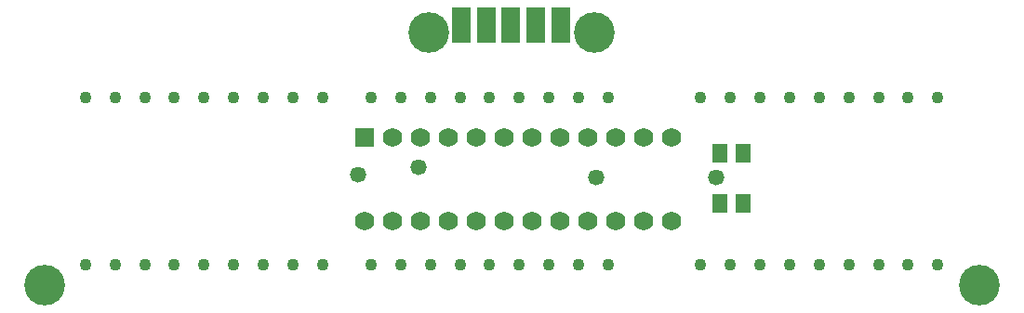
<source format=gbs>
G04 Layer_Color=16711935*
%FSLAX42Y42*%
%MOMM*%
G71*
G01*
G75*
%ADD20C,1.10*%
%ADD21C,1.76*%
%ADD22R,1.76X1.76*%
%ADD23C,3.70*%
%ADD24C,1.47*%
%ADD25R,1.45X1.70*%
%ADD26R,1.70X3.20*%
D20*
X2780Y2015D02*
D03*
X2510D02*
D03*
X2240D02*
D03*
X1970D02*
D03*
X1700D02*
D03*
X1430D02*
D03*
X1160D02*
D03*
X890D02*
D03*
X620D02*
D03*
X2780Y485D02*
D03*
X2510D02*
D03*
X2240D02*
D03*
X1970D02*
D03*
X1700D02*
D03*
X1430D02*
D03*
X1160D02*
D03*
X890D02*
D03*
X620D02*
D03*
X8380Y2015D02*
D03*
X8110D02*
D03*
X7840D02*
D03*
X7570D02*
D03*
X7300D02*
D03*
X7030D02*
D03*
X6760D02*
D03*
X6490D02*
D03*
X6220D02*
D03*
X8380Y485D02*
D03*
X8110D02*
D03*
X7840D02*
D03*
X7570D02*
D03*
X7300D02*
D03*
X7030D02*
D03*
X6760D02*
D03*
X6490D02*
D03*
X6220D02*
D03*
X5380Y2015D02*
D03*
X5110D02*
D03*
X4840D02*
D03*
X4570D02*
D03*
X4300D02*
D03*
X4030D02*
D03*
X3760D02*
D03*
X3490D02*
D03*
X3220D02*
D03*
X5380Y485D02*
D03*
X5110D02*
D03*
X4840D02*
D03*
X4570D02*
D03*
X4300D02*
D03*
X4030D02*
D03*
X3760D02*
D03*
X3490D02*
D03*
X3220D02*
D03*
D21*
X5954Y888D02*
D03*
X5700D02*
D03*
X5446D02*
D03*
X5192D02*
D03*
X4938D02*
D03*
X4684D02*
D03*
X4430D02*
D03*
X4176D02*
D03*
X3922D02*
D03*
X3668D02*
D03*
X3414D02*
D03*
X3160D02*
D03*
X5954Y1650D02*
D03*
X5700D02*
D03*
X5446D02*
D03*
X5192D02*
D03*
X4938D02*
D03*
X4684D02*
D03*
X4430D02*
D03*
X4176D02*
D03*
X3922D02*
D03*
X3668D02*
D03*
X3414D02*
D03*
D22*
X3160D02*
D03*
D23*
X250Y300D02*
D03*
X8760D02*
D03*
X3750Y2600D02*
D03*
X5250D02*
D03*
D24*
X5270Y1280D02*
D03*
X6360D02*
D03*
X3650Y1380D02*
D03*
X3100Y1310D02*
D03*
D25*
X6605Y1050D02*
D03*
X6395D02*
D03*
X6605Y1500D02*
D03*
X6395D02*
D03*
D26*
X4045Y2670D02*
D03*
X4270D02*
D03*
X4495D02*
D03*
X4720D02*
D03*
X4945D02*
D03*
M02*

</source>
